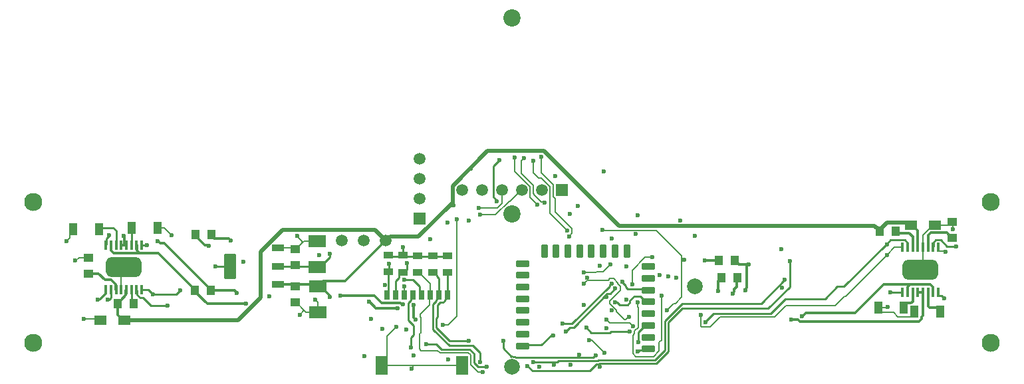
<source format=gbl>
G04*
G04 #@! TF.GenerationSoftware,Altium Limited,Altium Designer,21.3.2 (30)*
G04*
G04 Layer_Physical_Order=4*
G04 Layer_Color=16711680*
%FSLAX43Y43*%
%MOMM*%
G71*
G04*
G04 #@! TF.SameCoordinates,D2857377-26F3-40FA-A733-DB4AB64D2130*
G04*
G04*
G04 #@! TF.FilePolarity,Positive*
G04*
G01*
G75*
%ADD16C,0.203*%
%ADD22R,1.067X1.524*%
%ADD27R,1.270X1.016*%
%ADD29R,1.270X0.889*%
%ADD31R,1.016X1.270*%
%ADD66C,0.254*%
%ADD67C,0.305*%
%ADD68C,0.508*%
%ADD69C,1.500*%
%ADD70C,2.000*%
%ADD71C,2.200*%
%ADD72C,2.300*%
%ADD73C,2.300*%
%ADD74C,0.700*%
%ADD75R,1.500X1.500*%
%ADD76R,1.500X1.500*%
%ADD77C,0.600*%
G04:AMPARAMS|DCode=78|XSize=0.9mm|YSize=1.7mm|CornerRadius=0.225mm|HoleSize=0mm|Usage=FLASHONLY|Rotation=270.000|XOffset=0mm|YOffset=0mm|HoleType=Round|Shape=RoundedRectangle|*
%AMROUNDEDRECTD78*
21,1,0.900,1.250,0,0,270.0*
21,1,0.450,1.700,0,0,270.0*
1,1,0.450,-0.625,-0.225*
1,1,0.450,-0.625,0.225*
1,1,0.450,0.625,0.225*
1,1,0.450,0.625,-0.225*
%
%ADD78ROUNDEDRECTD78*%
G04:AMPARAMS|DCode=79|XSize=0.9mm|YSize=1.7mm|CornerRadius=0.225mm|HoleSize=0mm|Usage=FLASHONLY|Rotation=0.000|XOffset=0mm|YOffset=0mm|HoleType=Round|Shape=RoundedRectangle|*
%AMROUNDEDRECTD79*
21,1,0.900,1.250,0,0,0.0*
21,1,0.450,1.700,0,0,0.0*
1,1,0.450,0.225,-0.625*
1,1,0.450,-0.225,-0.625*
1,1,0.450,-0.225,0.625*
1,1,0.450,0.225,0.625*
%
%ADD79ROUNDEDRECTD79*%
%ADD80R,1.500X2.400*%
%ADD81R,0.800X1.300*%
G04:AMPARAMS|DCode=82|XSize=0.9mm|YSize=1.45mm|CornerRadius=0.05mm|HoleSize=0mm|Usage=FLASHONLY|Rotation=90.000|XOffset=0mm|YOffset=0mm|HoleType=Round|Shape=RoundedRectangle|*
%AMROUNDEDRECTD82*
21,1,0.900,1.351,0,0,90.0*
21,1,0.801,1.450,0,0,90.0*
1,1,0.099,0.676,0.401*
1,1,0.099,0.676,-0.401*
1,1,0.099,-0.676,-0.401*
1,1,0.099,-0.676,0.401*
%
%ADD82ROUNDEDRECTD82*%
G04:AMPARAMS|DCode=83|XSize=3.15mm|YSize=1.45mm|CornerRadius=0.051mm|HoleSize=0mm|Usage=FLASHONLY|Rotation=90.000|XOffset=0mm|YOffset=0mm|HoleType=Round|Shape=RoundedRectangle|*
%AMROUNDEDRECTD83*
21,1,3.150,1.349,0,0,90.0*
21,1,3.049,1.450,0,0,90.0*
1,1,0.102,0.674,1.524*
1,1,0.102,0.674,-1.524*
1,1,0.102,-0.674,-1.524*
1,1,0.102,-0.674,1.524*
%
%ADD83ROUNDEDRECTD83*%
G04:AMPARAMS|DCode=84|XSize=2.5mm|YSize=4.5mm|CornerRadius=0.625mm|HoleSize=0mm|Usage=FLASHONLY|Rotation=90.000|XOffset=0mm|YOffset=0mm|HoleType=Round|Shape=RoundedRectangle|*
%AMROUNDEDRECTD84*
21,1,2.500,3.250,0,0,90.0*
21,1,1.250,4.500,0,0,90.0*
1,1,1.250,1.625,0.625*
1,1,1.250,1.625,-0.625*
1,1,1.250,-1.625,-0.625*
1,1,1.250,-1.625,0.625*
%
%ADD84ROUNDEDRECTD84*%
G04:AMPARAMS|DCode=85|XSize=0.4mm|YSize=1.2mm|CornerRadius=0.05mm|HoleSize=0mm|Usage=FLASHONLY|Rotation=0.000|XOffset=0mm|YOffset=0mm|HoleType=Round|Shape=RoundedRectangle|*
%AMROUNDEDRECTD85*
21,1,0.400,1.100,0,0,0.0*
21,1,0.300,1.200,0,0,0.0*
1,1,0.100,0.150,-0.550*
1,1,0.100,-0.150,-0.550*
1,1,0.100,-0.150,0.550*
1,1,0.100,0.150,0.550*
%
%ADD85ROUNDEDRECTD85*%
%ADD86R,2.286X1.626*%
%ADD87R,1.575X1.219*%
D16*
X68220Y53846D02*
X68611D01*
X70170Y52287D01*
X56551Y70751D02*
X57150Y71350D01*
X50329Y55800D02*
X51450Y56921D01*
X49639Y55800D02*
X50329D01*
X51450Y56921D02*
Y69300D01*
X77450Y59551D02*
X77452Y59550D01*
Y53907D02*
Y59550D01*
X112798Y65252D02*
X113648D01*
Y65098D02*
Y65252D01*
X73750Y62795D02*
X75405Y64450D01*
X76300D01*
X59650Y76750D02*
X60000Y77100D01*
X59650Y75106D02*
Y76750D01*
Y75106D02*
X61175Y73581D01*
X58800Y75382D02*
X60127Y74055D01*
X60745Y72083D02*
Y73437D01*
X60127Y74055D02*
X60127D01*
X60745Y73437D01*
X58800Y75382D02*
Y77150D01*
X61175Y72563D02*
Y73581D01*
X61200Y72450D02*
Y72538D01*
X61175Y72563D02*
X61200Y72538D01*
Y72450D02*
X62184Y71466D01*
X61647Y71148D02*
Y71181D01*
X60745Y72083D02*
X61647Y71181D01*
X62534Y71466D02*
X62610Y71390D01*
X62184Y71466D02*
X62534D01*
X73750Y60980D02*
Y62795D01*
X78185Y57707D02*
X79048Y58570D01*
X78152Y57707D02*
X78185D01*
X82588Y55550D02*
X83700D01*
X69992Y67975D02*
X70126Y67841D01*
X63950Y70205D02*
Y71889D01*
X66100Y67505D02*
Y68055D01*
X63950Y70205D02*
X66100Y68055D01*
X69200Y62600D02*
X70050D01*
X70950Y63500D01*
X69120Y62520D02*
X69200Y62600D01*
X67553Y62520D02*
X69120D01*
X46869Y52558D02*
X48982D01*
X49290Y52250D01*
X52887D01*
X46645Y52782D02*
X46869Y52558D01*
X52887Y52250D02*
X53162Y51975D01*
Y50727D02*
Y51975D01*
Y50727D02*
X54102Y49786D01*
X54747D01*
X44694Y59692D02*
Y60752D01*
Y59692D02*
X44737Y59650D01*
X70450Y56500D02*
X70863Y56087D01*
X73397D01*
X73810Y55673D01*
X46750Y56805D02*
X46800Y56755D01*
X46645Y54691D02*
X46800Y54846D01*
X46645Y52782D02*
Y54691D01*
X46800Y54846D02*
Y56755D01*
X74208Y51786D02*
X76431D01*
X73845Y54476D02*
X74054Y54685D01*
X77150Y52505D02*
Y53605D01*
X73845Y52149D02*
Y54476D01*
Y52149D02*
X74208Y51786D01*
X76431D02*
X77150Y52505D01*
X74054Y54685D02*
Y55061D01*
X74500Y55507D01*
Y58034D01*
X74400Y58134D02*
X74500Y58034D01*
X77150Y53605D02*
X77452Y53907D01*
X71873Y61032D02*
X72205Y60701D01*
X70900Y58895D02*
X72205Y60199D01*
X71873Y61032D02*
Y61182D01*
X70900Y58545D02*
Y58895D01*
X72205Y60199D02*
Y60701D01*
X71351Y61705D02*
X71873Y61182D01*
X70900Y58545D02*
X71750Y57695D01*
Y57500D02*
Y57695D01*
X74400Y58134D02*
Y58734D01*
X70849Y61705D02*
X71351D01*
X70676Y61532D02*
X70849Y61705D01*
X67985Y61532D02*
X70676D01*
X67553Y61100D02*
X67985Y61532D01*
X71750Y57500D02*
X72744Y56506D01*
X72946D01*
X73278Y56839D01*
X73319D01*
X80055Y59361D02*
Y64610D01*
X79048Y58570D02*
X79264D01*
X80055Y59361D01*
X82469Y55669D02*
Y57061D01*
X82461Y57069D02*
X82469Y57061D01*
X31097Y67072D02*
X31713Y66455D01*
X31097Y67072D02*
Y67193D01*
X31713Y66237D02*
Y66455D01*
X76824Y67841D02*
X80055Y64610D01*
X65700Y67105D02*
X66100Y67505D01*
X65700Y67050D02*
Y67105D01*
X70126Y67841D02*
X76824D01*
X54200Y70751D02*
X56551D01*
X57150Y71350D02*
Y73000D01*
X54401Y69850D02*
X56363D01*
X58077Y71564D01*
X45800Y50650D02*
X52110D01*
X41850D02*
X45800D01*
X45651Y50301D02*
X45800Y50450D01*
X45651Y50221D02*
Y50301D01*
X45800Y50450D02*
Y50650D01*
X114550Y68022D02*
Y68882D01*
X114450Y68982D02*
X114550Y68882D01*
X106250Y58050D02*
X106300Y58100D01*
X105150Y58050D02*
X106250D01*
X33350Y59050D02*
X33700Y58700D01*
Y57450D02*
Y58700D01*
X46750Y56805D02*
Y57200D01*
X31713Y66237D02*
X31927Y66450D01*
X30927Y65450D02*
X31713Y66237D01*
X31972Y57673D02*
X32195Y57450D01*
X30977Y58668D02*
X31972Y57673D01*
X31395Y57096D02*
X31396D01*
X31972Y57673D01*
X3950Y56550D02*
X5900D01*
X6000Y56450D01*
X1700Y66450D02*
X2167Y66917D01*
Y67467D02*
X2700Y68000D01*
X2167Y66917D02*
Y67467D01*
X2905Y64000D02*
X3305Y64400D01*
X4500D01*
X2850Y64000D02*
X2905D01*
X14150Y68200D02*
X15100Y67250D01*
X13200Y68200D02*
X14150D01*
X32195Y57450D02*
X33700D01*
X30850Y58668D02*
X30977D01*
X42498Y54348D02*
X43700Y55550D01*
X42498Y51298D02*
Y54348D01*
X41850Y50650D02*
X42498Y51298D01*
X30650Y65600D02*
X30800Y65450D01*
X28675Y65600D02*
X30650D01*
X31927Y66450D02*
X33650D01*
X30800Y65450D02*
X30927D01*
X83700Y55550D02*
X84950Y56800D01*
X82469Y55669D02*
X82588Y55550D01*
X84950Y56800D02*
X91850D01*
X93350Y58300D02*
X95600D01*
X95650Y58250D01*
X91850Y56800D02*
X93350Y58300D01*
X105150Y57720D02*
X105480Y57390D01*
X107585Y56800D02*
X109100D01*
X105150Y57720D02*
Y58050D01*
X105480Y57390D02*
X106995D01*
X107585Y56800D01*
X109267Y56840D02*
X109800Y57373D01*
X109140Y56840D02*
X109267D01*
X109800Y57373D02*
Y57500D01*
X109100Y56800D02*
X109140Y56840D01*
X113891Y68550D02*
X114323Y68982D01*
X114450D01*
X112250Y68550D02*
X113891D01*
X95650Y58250D02*
X99550D01*
X100800Y59500D01*
X100950D01*
X106200Y64750D01*
X110425Y63619D02*
X110750Y63944D01*
Y65700D01*
X110425Y63485D02*
Y63619D01*
X107150Y65700D02*
X108150D01*
X106200Y64750D02*
X107150Y65700D01*
X112700Y65350D02*
X112798Y65252D01*
X112700Y65350D02*
Y65700D01*
X110750Y67228D02*
X112072Y68550D01*
X110750Y65700D02*
Y67228D01*
X112072Y68550D02*
X112250D01*
X58214Y71564D02*
X59650Y73000D01*
X59690D01*
X58077Y71564D02*
X58214D01*
X61145Y75205D02*
Y76702D01*
Y75205D02*
X61800Y74550D01*
X62150Y75200D02*
Y77216D01*
Y75200D02*
X63700Y73650D01*
X62172Y74550D02*
X63285Y73437D01*
X63700Y72139D02*
X63950Y71889D01*
X63700Y72139D02*
Y73650D01*
X63285Y71761D02*
Y73437D01*
X61800Y74550D02*
X62172D01*
X63250Y70050D02*
Y71726D01*
X63285Y71761D01*
X63250Y70050D02*
X65445Y67855D01*
X47918Y59532D02*
X48037Y59650D01*
X46750Y57200D02*
X47918Y58368D01*
Y59532D01*
X48037Y59650D02*
Y61080D01*
X46583Y62534D02*
X48037Y61080D01*
X46456Y62534D02*
X46583D01*
X8675Y62825D02*
X9000Y63150D01*
X8675Y60300D02*
Y62825D01*
D22*
X5850Y68000D02*
D03*
X2598D02*
D03*
X108300Y58050D02*
D03*
X105048D02*
D03*
X10050Y68200D02*
D03*
X13302D02*
D03*
X112950Y57500D02*
D03*
X109698D02*
D03*
D27*
X114450Y66950D02*
D03*
Y68982D02*
D03*
X30800Y63418D02*
D03*
Y65450D02*
D03*
X30850Y60700D02*
D03*
Y58668D02*
D03*
X4500Y64400D02*
D03*
Y62368D02*
D03*
D29*
X44576Y64679D02*
D03*
Y62521D02*
D03*
X42696Y64712D02*
D03*
Y62553D02*
D03*
X50215Y64630D02*
D03*
Y62471D02*
D03*
X48335Y64630D02*
D03*
Y62471D02*
D03*
X46456Y64630D02*
D03*
Y62471D02*
D03*
D31*
X84768Y64050D02*
D03*
X86800D02*
D03*
X87100Y61800D02*
D03*
X85068D02*
D03*
X20100Y60200D02*
D03*
X18068D02*
D03*
X18150Y67300D02*
D03*
X20182D02*
D03*
X107250Y67800D02*
D03*
X105218D02*
D03*
X8200Y58500D02*
D03*
X10232D02*
D03*
D66*
X58820Y51712D02*
G03*
X58370Y51780I-420J-1262D01*
G01*
X58820Y51712D02*
G03*
X58896Y51700I78J242D01*
G01*
X42696Y62616D02*
X42777Y62697D01*
X56070Y72124D02*
Y76070D01*
X56800Y76800D01*
X42777Y62697D02*
Y63577D01*
X56500Y71600D02*
Y71694D01*
X113833Y65800D02*
X114960D01*
X113006Y66627D02*
X113833Y65800D01*
X106069Y66100D02*
X106150D01*
X106050D02*
X106069D01*
X106596Y66627D01*
X100669Y60700D02*
X106069Y66100D01*
X73201Y60350D02*
X75800D01*
X93800Y60650D02*
Y63950D01*
X67900Y55450D02*
X68550Y54800D01*
X70900D01*
X71036Y54936D01*
X73449D01*
X47512Y53350D02*
X48800D01*
X47500Y53338D02*
X47512Y53350D01*
X48800D02*
X49450Y52700D01*
X53050D01*
X53605Y52145D01*
X50453Y53800D02*
X52900D01*
X50437Y53170D02*
X53430D01*
X48344Y55264D02*
X50437Y53170D01*
X53430D02*
X54348Y52252D01*
X53605Y51000D02*
Y52145D01*
Y51000D02*
X54115Y50490D01*
X54133D01*
X54162Y50462D01*
X54348Y51148D02*
Y52252D01*
Y51148D02*
X54376Y51120D01*
X54162Y50462D02*
X55188D01*
X58896Y51700D02*
X68806D01*
X61050Y49950D02*
X68314D01*
X60412Y50588D02*
X61050Y49950D01*
X44694Y61573D02*
X45827D01*
X45220Y58600D02*
X45564Y58944D01*
Y59377D01*
X45220Y56430D02*
Y58600D01*
Y56430D02*
X45879Y55771D01*
X59800Y53150D02*
X59900Y53250D01*
X62200D01*
X69635Y50897D02*
X76799D01*
X78340Y52439D02*
Y56140D01*
X74731Y52588D02*
X75537D01*
X69446Y51354D02*
X76610D01*
X77883Y52628D02*
Y56329D01*
X74550Y53600D02*
Y54900D01*
X75123Y55473D01*
Y55850D01*
X74543Y52400D02*
X74731Y52588D01*
X74450Y52400D02*
X74543D01*
X76610Y51354D02*
X77883Y52628D01*
X76799Y50897D02*
X78340Y52439D01*
X77883Y56329D02*
X80104Y58550D01*
X78340Y56140D02*
X80100Y57900D01*
X80104Y58550D02*
X90150D01*
X70574Y59778D02*
X70928D01*
X71600Y60450D01*
X70850Y60700D02*
Y60951D01*
X66100Y55950D02*
X70850Y60700D01*
X64850Y55950D02*
X66100D01*
X72907Y60644D02*
Y60823D01*
X72458Y61272D02*
Y61337D01*
X72907Y60644D02*
X73201Y60350D01*
X72458Y61272D02*
X72907Y60823D01*
X71600Y58700D02*
X71850D01*
X72150Y58400D01*
X73150D01*
X73429Y58679D01*
Y58929D01*
X74000Y59500D01*
X74743D01*
X75393Y58850D01*
X75800D01*
X66289Y55493D02*
X70574Y59778D01*
X65843Y55493D02*
X66289D01*
X65300Y54950D02*
X65843Y55493D01*
X69334Y51243D02*
X69446Y51354D01*
X69524Y50786D02*
X69635Y50897D01*
X69150Y50786D02*
X69524D01*
X68806Y51700D02*
X69006Y51900D01*
X69100D01*
X64343Y51243D02*
X69334D01*
X64170Y51070D02*
X64343Y51243D01*
X68314Y49950D02*
X69150Y50786D01*
X57300Y52850D02*
X58370Y51780D01*
X57300Y52850D02*
Y53750D01*
X61112Y51070D02*
X64170D01*
X80100Y57900D02*
X91050D01*
X75537Y52588D02*
X75800Y52850D01*
X63450Y54500D02*
X63650D01*
X62200Y53250D02*
X63450Y54500D01*
X8870Y56450D02*
X9048D01*
X56070Y72124D02*
X56500Y71694D01*
X106650Y60000D02*
X108150D01*
X113173Y59527D02*
X113475Y59225D01*
X112700Y59600D02*
X112773Y59527D01*
X113173D01*
X112700Y59600D02*
Y60000D01*
X45827Y61573D02*
X46664Y60736D01*
X45550Y54217D02*
X45879Y54547D01*
Y55771D01*
X45550Y52900D02*
Y54217D01*
X28675Y63300D02*
X33498D01*
X35250Y64418D02*
Y64850D01*
X33980Y63148D02*
X35250Y64418D01*
X33650Y63148D02*
X33980D01*
X20697Y63300D02*
X22525D01*
X15687Y59750D02*
X16187Y60250D01*
X12756Y59750D02*
X15687D01*
X13500Y58300D02*
X14550D01*
X13450Y58250D02*
X13500Y58300D01*
X42778Y64566D02*
X46456D01*
X83100Y56271D02*
X84107Y57278D01*
X83100Y56200D02*
Y56271D01*
X84107Y57278D02*
X91378D01*
X93250Y59150D01*
X91050Y57900D02*
X93800Y60650D01*
X90150Y58550D02*
X93150Y61550D01*
X93250Y59150D02*
X98300D01*
X99850Y60700D01*
X100669D01*
X108727Y65773D02*
Y66356D01*
X106596Y66627D02*
X108456D01*
X108727Y65773D02*
X108800Y65700D01*
X108456Y66627D02*
X108727Y66356D01*
X112394Y66627D02*
X113006D01*
X112050Y65700D02*
X112123Y65773D01*
Y66356D01*
X112394Y66627D01*
X48801Y56665D02*
X48950Y56814D01*
X48801Y55453D02*
Y56665D01*
Y55453D02*
X50453Y53800D01*
X48344Y56854D02*
X48350Y56860D01*
X48344Y55264D02*
Y56854D01*
X48350Y56860D02*
Y58451D01*
X48950Y56814D02*
Y58363D01*
X49260Y58673D01*
X49672D01*
X49864Y58865D02*
Y59027D01*
X49672Y58673D02*
X49864Y58865D01*
Y59027D02*
X50237Y59400D01*
Y59650D01*
X49137Y59400D02*
Y61733D01*
X48764Y58865D02*
Y59027D01*
X49137Y59400D01*
X48350Y58451D02*
X48764Y58865D01*
X44576Y64616D02*
Y65726D01*
X46664Y59923D02*
Y60736D01*
Y59923D02*
X46937Y59650D01*
X45049Y63700D02*
X45081Y63668D01*
X44576Y62584D02*
X44827D01*
X44449D02*
X44576D01*
X44827D02*
X45081Y62838D01*
Y63668D01*
X45049Y63700D02*
X45081Y63732D01*
X48335Y64566D02*
X50215D01*
X46456D02*
X48335D01*
X42696Y64648D02*
X42778Y64566D01*
X50215Y59671D02*
Y62534D01*
Y59671D02*
X50237Y59650D01*
X48335Y62534D02*
X48462D01*
X48843Y62153D01*
Y62026D02*
Y62153D01*
Y62026D02*
X49137Y61733D01*
X43637Y59650D02*
Y61437D01*
X44068Y61868D01*
Y62203D02*
X44449Y62584D01*
X44068Y61868D02*
Y62203D01*
X42696Y59802D02*
Y62616D01*
X42530Y59636D02*
X42696Y59802D01*
X45564Y59377D02*
X45837Y59650D01*
X33498Y63300D02*
X33650Y63148D01*
X12450Y58250D02*
X13450D01*
X12695Y59689D02*
X12756Y59750D01*
X11275Y60300D02*
X12084D01*
X12695Y59689D01*
X6725Y59900D02*
Y60300D01*
X5941Y59116D02*
X6725Y59900D01*
X11430Y59270D02*
X12450Y58250D01*
X11067Y59270D02*
X11430D01*
X10698Y59639D02*
X11067Y59270D01*
X10698Y59639D02*
Y60227D01*
X10625Y60300D02*
X10698Y60227D01*
X7000Y59000D02*
X7100D01*
X7375Y59275D01*
Y60300D01*
X9975Y58757D02*
Y60300D01*
Y58757D02*
X10232Y58500D01*
X6798Y66073D02*
Y66804D01*
X6725Y66000D02*
X6798Y66073D01*
Y66804D02*
X7150Y67156D01*
Y67250D01*
X11275Y66000D02*
X11950D01*
X9975Y68023D02*
X10152Y68200D01*
X9975Y66000D02*
Y68023D01*
X5948Y68200D02*
X7650D01*
X5748Y68000D02*
X5948Y68200D01*
X8025Y66000D02*
Y67825D01*
X7650Y68200D02*
X8025Y67825D01*
D67*
X95078Y56256D02*
X110248D01*
X94815Y56519D02*
X95078Y56256D01*
X94031Y56519D02*
X94815D01*
X23100Y60200D02*
X23400Y59900D01*
X20100Y60200D02*
X23100D01*
X13426Y66500D02*
X13676Y66250D01*
X14177D01*
X13350Y66500D02*
X13426D01*
X14177Y66250D02*
X20100Y60327D01*
X9050Y66000D02*
Y67100D01*
X86550Y59800D02*
Y59880D01*
X40943Y59537D02*
X41870Y58610D01*
X44172D02*
X44263Y58518D01*
X41870Y58610D02*
X44172D01*
X36587Y59537D02*
X40943D01*
X35194Y59456D02*
X35250Y59400D01*
X34030Y60752D02*
X35194Y59589D01*
Y59456D02*
Y59589D01*
X40257Y58744D02*
X40289D01*
X41079Y57954D01*
X43900D01*
X45896Y56788D02*
Y58304D01*
Y56788D02*
X46195Y56489D01*
X34360Y61412D02*
X37162D01*
X42350Y66600D01*
X30850Y60700D02*
Y61000D01*
X33700Y60752D02*
X33783Y60835D01*
X34360Y61412D01*
X30850Y61000D02*
X33617D01*
X18068Y60073D02*
Y60200D01*
Y60073D02*
X19641Y58500D01*
X24543D01*
X22366Y66817D02*
X22620Y66563D01*
X20538Y66817D02*
X22366D01*
X20100Y60200D02*
Y60327D01*
X13395Y65000D02*
X18068Y60327D01*
X11006Y65000D02*
X13395D01*
X18068Y60200D02*
Y60327D01*
X20182Y67173D02*
X20538Y66817D01*
X20182Y67173D02*
Y67300D01*
X18150Y67173D02*
X19359Y65964D01*
X19801D02*
X19857Y65907D01*
X18150Y67173D02*
Y67300D01*
X19359Y65964D02*
X19801D01*
X87050Y61750D02*
X87100Y61800D01*
X86750Y60358D02*
X87050Y60658D01*
Y61750D01*
X86550Y59880D02*
X86750Y60080D01*
Y60358D01*
X88350Y60530D02*
Y63270D01*
X88150Y60330D02*
X88350Y60530D01*
X88150Y60250D02*
Y60330D01*
X110248Y56256D02*
X110584Y56592D01*
X95869Y57350D02*
X102150D01*
X95430Y56911D02*
X95869Y57350D01*
X95350Y56911D02*
X95430D01*
X84712Y61444D02*
X85068Y61800D01*
X84712Y60212D02*
Y61444D01*
X83018Y64050D02*
X84768D01*
X87300Y63550D02*
X88550D01*
X87283Y63567D02*
X87300Y63550D01*
X86800Y63923D02*
Y64050D01*
Y63923D02*
X87156Y63567D01*
X87283D01*
X107250Y67800D02*
X107550Y67500D01*
X107582D01*
X109450Y65700D02*
Y67050D01*
X109000Y67500D02*
X109450Y67050D01*
X107582Y67500D02*
X109000D01*
X28675Y61000D02*
X30850D01*
X102150Y57350D02*
X105752Y60952D01*
X109133D01*
X110584Y56592D02*
Y56834D01*
X110750Y57000D01*
Y60000D01*
X112848Y57500D02*
X112898D01*
X111400Y58188D02*
Y60000D01*
Y58188D02*
X111579Y58010D01*
X112619D01*
X112898Y57730D01*
Y57500D02*
Y57730D01*
X109271Y58614D02*
X109450Y58793D01*
X108665Y58614D02*
X109271D01*
X108349Y58299D02*
X108665Y58614D01*
X109450Y58793D02*
Y60000D01*
X108198Y58050D02*
X108349Y58201D01*
Y58299D01*
X108800Y60000D02*
X108848Y60048D01*
Y60667D01*
X109133Y60952D01*
X111717D01*
X112002Y60667D01*
Y60048D02*
Y60667D01*
Y60048D02*
X112050Y60000D01*
X110100D02*
X110750D01*
X111400Y65700D02*
Y67232D01*
X111756Y67588D01*
X113967Y67306D02*
X114323Y66950D01*
X113183Y67588D02*
X113195Y67600D01*
X113789D02*
X113967Y67421D01*
X114323Y66950D02*
X114450D01*
X111756Y67588D02*
X113183D01*
X113967Y67306D02*
Y67421D01*
X113195Y67600D02*
X113789D01*
X109202Y68550D02*
X109380D01*
X110100Y65700D02*
Y67830D01*
X109380Y68550D02*
X110100Y67830D01*
X33783Y60835D02*
X33865Y60752D01*
X33617Y61000D02*
X33783Y60835D01*
X33865Y60752D02*
X34030D01*
X8200Y57120D02*
X8870Y56450D01*
X8200Y57120D02*
Y58500D01*
X5779Y62368D02*
X6600Y61548D01*
X4500Y62368D02*
X5779D01*
X7977Y60348D02*
X8025Y60300D01*
X7977Y60348D02*
Y60967D01*
X7396Y61548D02*
X7977Y60967D01*
X6600Y61548D02*
X7396D01*
X9277Y59633D02*
Y60252D01*
X8627Y58983D02*
X9277Y59633D01*
X8556Y58983D02*
X8627D01*
X8200Y58627D02*
X8556Y58983D01*
X8200Y58500D02*
Y58627D01*
X9277Y60252D02*
X9325Y60300D01*
X8675Y66000D02*
X9050D01*
X9000Y67150D02*
X9050Y67100D01*
X7756Y65000D02*
X11006D01*
X10673Y65333D02*
Y65952D01*
Y65333D02*
X11006Y65000D01*
X10625Y66000D02*
X10673Y65952D01*
X7423Y65333D02*
X7756Y65000D01*
X7375Y66000D02*
X7423Y65952D01*
Y65333D02*
Y65952D01*
D68*
X55336Y77973D02*
X62527D01*
X72100Y68400D01*
X50863Y73500D02*
X55336Y77973D01*
X29238Y67951D02*
X40999D01*
X26401Y65114D02*
X29238Y67951D01*
X40999D02*
X42350Y66600D01*
X42483D02*
X42933Y67050D01*
X42350Y66600D02*
X42483D01*
X42933Y67050D02*
X46477D01*
X72100Y68400D02*
X104618D01*
X104837Y68181D02*
X104964D01*
X105218Y67927D01*
X104618Y68400D02*
X104837Y68181D01*
X8870Y56450D02*
X23564D01*
X26401Y59287D02*
Y65114D01*
X23564Y56450D02*
X26401Y59287D01*
X46477Y67050D02*
X50863Y71436D01*
Y73500D01*
X108863Y68889D02*
X109202Y68550D01*
X106180Y68889D02*
X108863D01*
X105218Y67927D02*
X106180Y68889D01*
X105218Y67800D02*
Y67927D01*
D69*
X42350Y66600D02*
D03*
X36750D02*
D03*
X39550D02*
D03*
X46650Y76990D02*
D03*
Y74450D02*
D03*
Y71910D02*
D03*
X62230Y73000D02*
D03*
X59690D02*
D03*
X57150D02*
D03*
X54610D02*
D03*
X52070D02*
D03*
D70*
X81750Y60750D02*
D03*
X58400Y50450D02*
D03*
D71*
X58450Y94950D02*
D03*
Y69950D02*
D03*
D72*
X119400Y71500D02*
D03*
Y53500D02*
D03*
D73*
X-2500D02*
D03*
Y71500D02*
D03*
D74*
X109028Y63485D02*
D03*
Y62215D02*
D03*
X110425Y63485D02*
D03*
Y62215D02*
D03*
X111949Y63485D02*
D03*
Y62342D02*
D03*
X10397Y62515D02*
D03*
Y63785D02*
D03*
X9000Y62515D02*
D03*
Y63785D02*
D03*
X7476Y62515D02*
D03*
Y63658D02*
D03*
D75*
X46650Y69370D02*
D03*
D76*
X64770Y73000D02*
D03*
D77*
X68220Y53846D02*
D03*
X73319Y56839D02*
D03*
X14550Y58300D02*
D03*
X95350Y56911D02*
D03*
X70170Y52287D02*
D03*
X67553Y61100D02*
D03*
X42777Y63577D02*
D03*
X56800Y76800D02*
D03*
X16187Y60250D02*
D03*
X94031Y56519D02*
D03*
X67553Y62520D02*
D03*
X62150Y77216D02*
D03*
X56500Y71600D02*
D03*
X54401Y69850D02*
D03*
X51450Y69300D02*
D03*
X49639Y55800D02*
D03*
X22620Y66563D02*
D03*
X19857Y65907D02*
D03*
X77450Y59551D02*
D03*
X7000Y59000D02*
D03*
X5700Y59050D02*
D03*
X23400Y59900D02*
D03*
X13350Y66500D02*
D03*
X9000Y67150D02*
D03*
X113648Y65098D02*
D03*
X106150Y66100D02*
D03*
X114960Y65800D02*
D03*
X79387Y61814D02*
D03*
X78350Y62000D02*
D03*
X77250Y62200D02*
D03*
X76300Y64450D02*
D03*
X60000Y77100D02*
D03*
X61647Y71148D02*
D03*
X62610Y71390D02*
D03*
X73750Y60980D02*
D03*
X78152Y57707D02*
D03*
X73810Y55673D02*
D03*
X83100Y56200D02*
D03*
X73449Y54936D02*
D03*
X82461Y57069D02*
D03*
X86550Y59800D02*
D03*
X69929Y67941D02*
D03*
X65445Y67855D02*
D03*
X65700Y67050D02*
D03*
X69585Y63390D02*
D03*
X70950Y63500D02*
D03*
X84700Y60120D02*
D03*
X93150Y61550D02*
D03*
X93800Y63950D02*
D03*
X88550Y63550D02*
D03*
X83018Y64050D02*
D03*
X24543Y58500D02*
D03*
X70444Y55430D02*
D03*
X67900Y55450D02*
D03*
X45550Y52900D02*
D03*
X47500Y53338D02*
D03*
X52900Y53800D02*
D03*
X54376Y51120D02*
D03*
X61112Y51070D02*
D03*
X60412Y50588D02*
D03*
X55188Y50462D02*
D03*
X54747Y49786D02*
D03*
X44694Y61573D02*
D03*
Y60752D02*
D03*
X45896Y58384D02*
D03*
X43900Y57954D02*
D03*
X35250Y59400D02*
D03*
X40257Y58744D02*
D03*
X44590Y58462D02*
D03*
X36587Y59537D02*
D03*
X61145Y76702D02*
D03*
X70450Y56500D02*
D03*
X58800Y77150D02*
D03*
X54200Y70751D02*
D03*
X46195Y56489D02*
D03*
X74550Y53600D02*
D03*
X74450Y52400D02*
D03*
X71600Y60450D02*
D03*
X72458Y61337D02*
D03*
X71600Y58700D02*
D03*
X74400Y58734D02*
D03*
X71100Y61100D02*
D03*
X64850Y55950D02*
D03*
X65300Y54950D02*
D03*
X70450Y59361D02*
D03*
X73011Y59049D02*
D03*
X57300Y53750D02*
D03*
X69100Y51900D02*
D03*
X63650Y54500D02*
D03*
X31097Y67193D02*
D03*
X52903Y69073D02*
D03*
X66950Y52050D02*
D03*
X40471Y56571D02*
D03*
X39600Y51808D02*
D03*
X45651Y50221D02*
D03*
X79850Y69100D02*
D03*
X71100Y66850D02*
D03*
X66778Y70937D02*
D03*
X106650Y60000D02*
D03*
X113475Y59225D02*
D03*
X114550Y68022D02*
D03*
X106300Y58100D02*
D03*
X92800Y60550D02*
D03*
X65839Y70000D02*
D03*
X67963Y61829D02*
D03*
X70150Y75400D02*
D03*
X74450Y69750D02*
D03*
X73000Y63310D02*
D03*
X63750Y50700D02*
D03*
X50187Y68900D02*
D03*
X41900Y55300D02*
D03*
X44950Y55237D02*
D03*
X45888Y51963D02*
D03*
X50350Y51450D02*
D03*
X42250Y60900D02*
D03*
X24200Y63900D02*
D03*
X27500Y59450D02*
D03*
X33350Y59050D02*
D03*
X33850Y64750D02*
D03*
X35250Y64850D02*
D03*
X31395Y57096D02*
D03*
X20697Y63300D02*
D03*
X3950Y56550D02*
D03*
X1700Y66450D02*
D03*
X2850Y64000D02*
D03*
X15100Y67250D02*
D03*
X43700Y55550D02*
D03*
X88150Y60250D02*
D03*
X92733Y65500D02*
D03*
X69640Y50460D02*
D03*
X106200Y64750D02*
D03*
X65889Y50732D02*
D03*
X71100Y57650D02*
D03*
X61950Y50450D02*
D03*
X44576Y65726D02*
D03*
X63947Y74797D02*
D03*
X74150Y67400D02*
D03*
X48013Y66723D02*
D03*
X50950Y71100D02*
D03*
X45081Y63732D02*
D03*
X53148Y75747D02*
D03*
X67600Y58400D02*
D03*
X81732Y67185D02*
D03*
X80400Y64150D02*
D03*
X12695Y59689D02*
D03*
X7150Y67250D02*
D03*
X11950Y66000D02*
D03*
D78*
X59800Y63650D02*
D03*
Y62150D02*
D03*
Y60650D02*
D03*
Y59150D02*
D03*
Y57650D02*
D03*
Y56150D02*
D03*
Y54650D02*
D03*
Y53150D02*
D03*
X75800Y54250D02*
D03*
Y55750D02*
D03*
Y57250D02*
D03*
Y58750D02*
D03*
Y60250D02*
D03*
Y61750D02*
D03*
Y63250D02*
D03*
Y52750D02*
D03*
D79*
X62550Y65250D02*
D03*
X64050D02*
D03*
X65550D02*
D03*
X67050D02*
D03*
X68550D02*
D03*
X70050D02*
D03*
X71550D02*
D03*
X73050D02*
D03*
D80*
X52110Y50650D02*
D03*
X41850D02*
D03*
D81*
X50237Y59650D02*
D03*
X48037D02*
D03*
X49137D02*
D03*
X46937D02*
D03*
X45837D02*
D03*
X44737D02*
D03*
X43637D02*
D03*
X42530Y59636D02*
D03*
D82*
X28675Y65600D02*
D03*
Y63300D02*
D03*
Y61000D02*
D03*
D83*
X22525Y63300D02*
D03*
D84*
X110425Y62850D02*
D03*
X9000Y63150D02*
D03*
D85*
X112700Y60000D02*
D03*
X112050D02*
D03*
X111400D02*
D03*
X110750D02*
D03*
X110100D02*
D03*
X109450D02*
D03*
X108800D02*
D03*
X108150D02*
D03*
X112700Y65700D02*
D03*
X112050D02*
D03*
X111400D02*
D03*
X110750D02*
D03*
X110100D02*
D03*
X109450D02*
D03*
X108800D02*
D03*
X108150D02*
D03*
X6725Y66000D02*
D03*
X7375D02*
D03*
X8025D02*
D03*
X9975D02*
D03*
X10625D02*
D03*
X11275D02*
D03*
X6725Y60300D02*
D03*
X7375D02*
D03*
X8025D02*
D03*
X8675D02*
D03*
X9325D02*
D03*
X9975D02*
D03*
X10625D02*
D03*
X11275D02*
D03*
X9325Y66000D02*
D03*
X8675D02*
D03*
D86*
X33650Y63148D02*
D03*
Y66450D02*
D03*
X33700Y60752D02*
D03*
Y57450D02*
D03*
D87*
X109202Y68550D02*
D03*
X112250D02*
D03*
X9048Y56450D02*
D03*
X6000D02*
D03*
M02*

</source>
